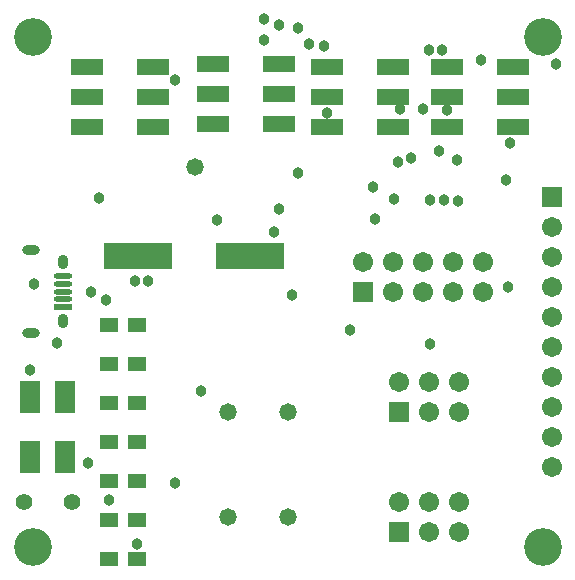
<source format=gts>
G04 Layer_Color=8388736*
%FSLAX24Y24*%
%MOIN*%
G70*
G01*
G75*
%ADD37R,0.0592X0.0493*%
%ADD38R,0.2280X0.0910*%
%ADD39R,0.0671X0.1104*%
%ADD40R,0.1080X0.0550*%
%ADD41O,0.0612X0.0200*%
%ADD42R,0.0612X0.0200*%
%ADD43C,0.0552*%
%ADD44R,0.0671X0.0671*%
%ADD45C,0.0671*%
%ADD46C,0.1261*%
%ADD47C,0.0580*%
%ADD48R,0.0671X0.0671*%
G04:AMPARAMS|DCode=49|XSize=31.6mil|YSize=59.2mil|CornerRadius=15.8mil|HoleSize=0mil|Usage=FLASHONLY|Rotation=270.000|XOffset=0mil|YOffset=0mil|HoleType=Round|Shape=RoundedRectangle|*
%AMROUNDEDRECTD49*
21,1,0.0316,0.0276,0,0,270.0*
21,1,0.0000,0.0592,0,0,270.0*
1,1,0.0316,-0.0138,0.0000*
1,1,0.0316,-0.0138,0.0000*
1,1,0.0316,0.0138,0.0000*
1,1,0.0316,0.0138,0.0000*
%
%ADD49ROUNDEDRECTD49*%
G04:AMPARAMS|DCode=50|XSize=35.6mil|YSize=47.4mil|CornerRadius=17.8mil|HoleSize=0mil|Usage=FLASHONLY|Rotation=0.000|XOffset=0mil|YOffset=0mil|HoleType=Round|Shape=RoundedRectangle|*
%AMROUNDEDRECTD50*
21,1,0.0356,0.0118,0,0,0.0*
21,1,0.0000,0.0474,0,0,0.0*
1,1,0.0356,0.0000,-0.0059*
1,1,0.0356,0.0000,-0.0059*
1,1,0.0356,0.0000,0.0059*
1,1,0.0356,0.0000,0.0059*
%
%ADD50ROUNDEDRECTD50*%
%ADD51C,0.0380*%
D37*
X3537Y4500D02*
D03*
X4463D02*
D03*
Y5800D02*
D03*
X3537D02*
D03*
Y3200D02*
D03*
X4463D02*
D03*
X3537Y1900D02*
D03*
X4463D02*
D03*
X3537Y600D02*
D03*
X4463D02*
D03*
Y7100D02*
D03*
X3537D02*
D03*
X4463Y8400D02*
D03*
X3537D02*
D03*
D38*
X4500Y10700D02*
D03*
X8240D02*
D03*
D39*
X909Y4000D02*
D03*
X2091D02*
D03*
X909Y6000D02*
D03*
X2091D02*
D03*
D40*
X17000Y17000D02*
D03*
Y16000D02*
D03*
Y15000D02*
D03*
X14800Y17000D02*
D03*
Y16000D02*
D03*
Y15000D02*
D03*
X13000Y17000D02*
D03*
Y16000D02*
D03*
Y15000D02*
D03*
X10800Y17000D02*
D03*
Y16000D02*
D03*
Y15000D02*
D03*
X9200Y17100D02*
D03*
Y16100D02*
D03*
Y15100D02*
D03*
X7000Y17100D02*
D03*
Y16100D02*
D03*
Y15100D02*
D03*
X5000Y17000D02*
D03*
Y16000D02*
D03*
Y15000D02*
D03*
X2800Y17000D02*
D03*
Y16000D02*
D03*
Y15000D02*
D03*
D41*
X2000Y10012D02*
D03*
Y9756D02*
D03*
Y9500D02*
D03*
Y9244D02*
D03*
D42*
Y8988D02*
D03*
D43*
X2300Y2500D02*
D03*
X700D02*
D03*
D44*
X12000Y9500D02*
D03*
X13208Y1500D02*
D03*
Y5500D02*
D03*
D45*
X12000Y10500D02*
D03*
X13000Y9500D02*
D03*
Y10500D02*
D03*
X14000Y9500D02*
D03*
Y10500D02*
D03*
X15000Y9500D02*
D03*
Y10500D02*
D03*
X16000Y9500D02*
D03*
Y10500D02*
D03*
X15208Y2500D02*
D03*
Y1500D02*
D03*
X14208Y2500D02*
D03*
Y1500D02*
D03*
X13208Y2500D02*
D03*
X15208Y6500D02*
D03*
Y5500D02*
D03*
X14208Y6500D02*
D03*
Y5500D02*
D03*
X13208Y6500D02*
D03*
X18300Y11650D02*
D03*
Y9650D02*
D03*
Y8650D02*
D03*
Y7650D02*
D03*
Y6650D02*
D03*
Y5650D02*
D03*
Y4650D02*
D03*
Y3650D02*
D03*
Y10650D02*
D03*
D46*
X1000Y18000D02*
D03*
X18000D02*
D03*
X1000Y1000D02*
D03*
X18000D02*
D03*
D47*
X9528Y5500D02*
D03*
X7528D02*
D03*
X9528Y2000D02*
D03*
X7528D02*
D03*
X6400Y13650D02*
D03*
D48*
X18300Y12650D02*
D03*
D49*
X937Y10878D02*
D03*
Y8122D02*
D03*
D50*
X2000Y10484D02*
D03*
Y8516D02*
D03*
D51*
X3537Y2550D02*
D03*
X7140Y11900D02*
D03*
X13040Y12580D02*
D03*
X6610Y6190D02*
D03*
X11590Y8240D02*
D03*
X14250Y7750D02*
D03*
X3220Y12620D02*
D03*
X12358Y12998D02*
D03*
X5750Y3130D02*
D03*
X9640Y9400D02*
D03*
X9200Y12275D02*
D03*
X9050Y11480D02*
D03*
X12405Y11940D02*
D03*
X1800Y7800D02*
D03*
X3450Y9210D02*
D03*
X2850Y3800D02*
D03*
X1050Y9750D02*
D03*
X2935Y9480D02*
D03*
X9850Y13450D02*
D03*
X15938Y17229D02*
D03*
X14700Y12550D02*
D03*
X16763Y13222D02*
D03*
X13600Y13950D02*
D03*
X14550Y14200D02*
D03*
X10700Y17700D02*
D03*
X16850Y9650D02*
D03*
X10800Y15450D02*
D03*
X13250Y15600D02*
D03*
X14800Y15550D02*
D03*
X16900Y14450D02*
D03*
X4400Y9850D02*
D03*
X900Y6900D02*
D03*
X18450Y17100D02*
D03*
X14200Y17550D02*
D03*
X4463Y1090D02*
D03*
X8699Y17905D02*
D03*
X9200Y18400D02*
D03*
X9850Y18300D02*
D03*
X10200Y17750D02*
D03*
X14650Y17550D02*
D03*
X5750Y16550D02*
D03*
X14000Y15600D02*
D03*
X4850Y9860D02*
D03*
X15140Y13900D02*
D03*
X13170Y13830D02*
D03*
X8720Y18580D02*
D03*
X14250Y12550D02*
D03*
X15180Y12540D02*
D03*
M02*

</source>
